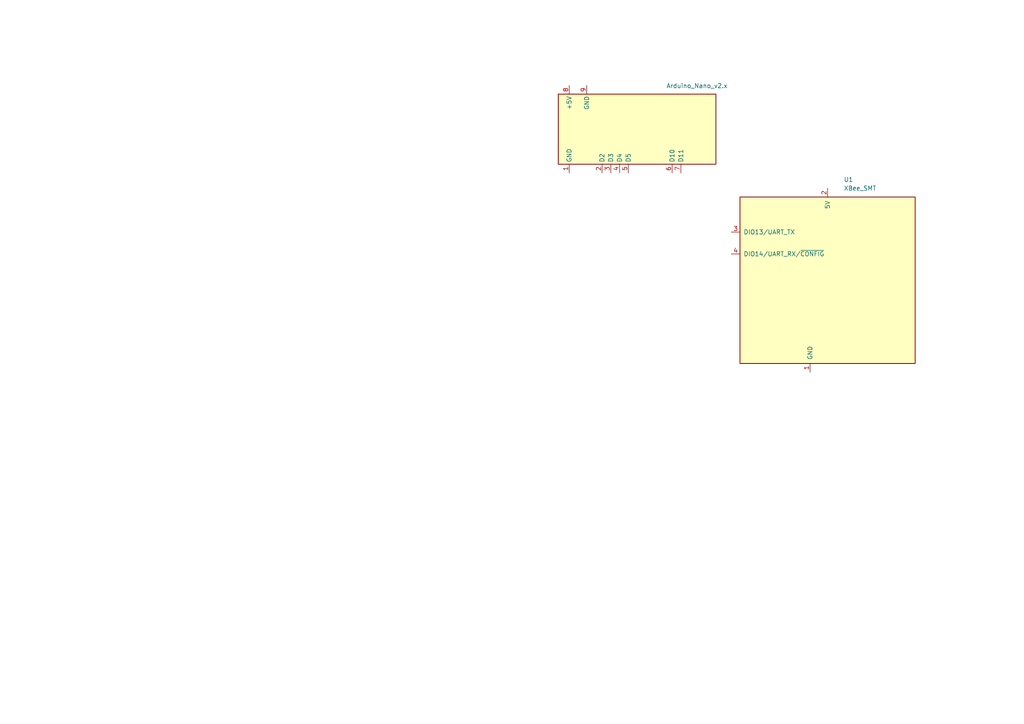
<source format=kicad_sch>
(kicad_sch (version 20250114) (generator "eeschema") (generator_version "9.0")
  (paper "A4")
  (lib_symbols
    (symbol "MCU_Module:Arduino_Nano_v2.x"
      (property "Value" "Arduino_Nano_v2.x" (at 24.384 10.668 0))
      (symbol "Arduino_Nano_v2.x_0_1"
        (rectangle (start -24.765 -12.065) (end 20.955 8.255) (stroke (width 0.254)) (fill (type background)))
      )
      (symbol "Arduino_Nano_v2.x_1_1"
        (pin power_out line (at -21.59 10.795 270) (length 2.54) (name "+5V") (number "8"))
        (pin power_in line (at -21.59 -14.605 90) (length 2.54) (name "GND") (number "1"))
        (pin power_in line (at -16.51 10.795 270) (length 2.54) (name "GND") (number "9"))
        (pin bidirectional line (at -12.065 -14.605 90) (length 2.54) (name "D2") (number "2"))
        (pin bidirectional line (at -9.525 -14.605 90) (length 2.54) (name "D3") (number "3"))
        (pin bidirectional line (at -6.985 -14.605 90) (length 2.54) (name "D4") (number "4"))
        (pin bidirectional line (at -4.445 -14.605 90) (length 2.54) (name "D5") (number "5"))
        (pin bidirectional line (at 8.255 -14.605 90) (length 2.54) (name "D10") (number "6"))
        (pin bidirectional line (at 10.795 -14.605 90) (length 2.54) (name "D11") (number "7"))
      )
    )
    (symbol "RF_ZigBee:XBee_SMT" (pin_names (offset 1.016))
      (property "Reference" "U1" (at 4.6833 27.94 0))
      (property "Value" "XBee_SMT" (at 4.6833 25.4 0))
      (symbol "XBee_SMT_0_1"
        (rectangle (start -25.4 22.86) (end 25.4 -25.4) (stroke (width 0.254)) (fill (type background)))
      )
      (symbol "XBee_SMT_1_1"
        (pin bidirectional line (at -27.94 12.7 0) (length 2.54) (name "DIO13/UART_TX") (number "3"))
        (pin bidirectional line (at -27.94 6.35 0) (length 2.54) (name "DIO14/UART_RX/~{CONFIG}") (number "4"))
        (pin power_in line (at -5.08 -27.94 90) (length 2.54) (name "GND") (number "1"))
        (pin power_in line (at 0 25.4 270) (length 2.54) (name "5V") (number "2"))
        (pin no_connect line (at 25.4 -5.08 180) (length 2.54) (hide yes) (name "NC") (number "37"))
        (pin no_connect line (at 25.4 -7.62 180) (length 2.54) (hide yes) (name "NC") (number "34"))
        (pin no_connect line (at 25.4 -10.16 180) (length 2.54) (hide yes) (name "NC") (number "23"))
        (pin no_connect line (at 25.4 -12.7 180) (length 2.54) (hide yes) (name "NC") (number "21"))
        (pin no_connect line (at 25.4 -15.24 180) (length 2.54) (hide yes) (name "NC") (number "20"))
        (pin no_connect line (at 25.4 -17.78 180) (length 2.54) (hide yes) (name "NC") (number "19"))
        (pin no_connect line (at 25.4 -20.32 180) (length 2.54) (hide yes) (name "NC") (number "18"))
        (pin no_connect line (at 25.4 -22.86 180) (length 2.54) (hide yes) (name "NC") (number "9"))
      )
    )
  )
  (symbol (lib_id "MCU_Module:Arduino_Nano_v2.x") (at 186.69 35.56 0) (unit 1)
    (property "Reference" "A1" (effects (hide yes)))
    (property "Value" "Arduino_Nano_v2.x" (at 211.074 24.892 0) (effects (justify right)))
    (property "Footprint" "Module:Arduino_Nano" (effects (hide yes)))
    (property "Datasheet" "https://www.arduino.cc/en/uploads/Main/ArduinoNanoManual23.pdf" (effects (hide yes)))
    (property "Description" "Arduino Nano v2.x" (effects (hide yes)))
  )
  (symbol (lib_id "RF_ZigBee:XBee_SMT") (at 240.03 80.01 0) (unit 1)
    (property "Reference" "U1" (at 244.7133 52.07 0) (effects (justify left)))
    (property "Value" "XBee_SMT" (at 244.7133 54.61 0) (effects (justify left)))
    (property "Footprint" "RF_Module:Digi_XBee_SMT" (effects (hide yes)))
    (property "Datasheet" "http://www.digi.com/resources/documentation/digidocs/pdfs/90002126.pdf" (effects (hide yes)))
    (property "Description" "Digi Xbee SMT RF module" (effects (hide yes)))
  )
)
</source>
